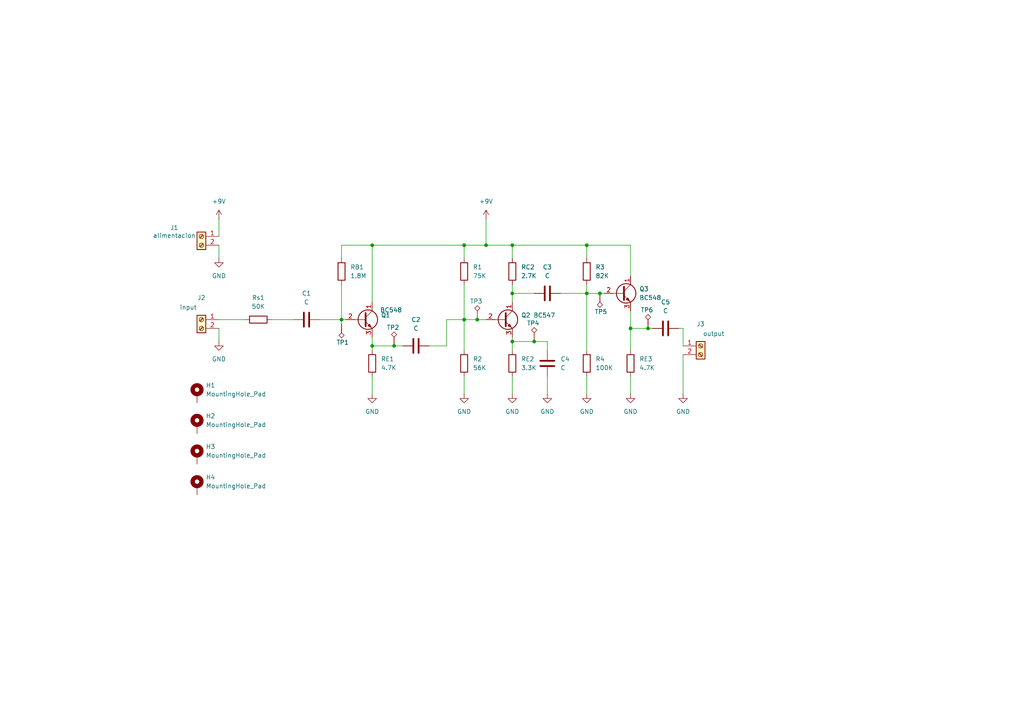
<source format=kicad_sch>
(kicad_sch (version 20250114) (generator "eeschema") (generator_version "9.0")
  (paper "A4")
  (lib_symbols
    (symbol "Connector:Screw_Terminal_01x02" (pin_names (offset 1.016) (hide yes))
      (property "Reference" "J" (at 0 2.54 0))
      (property "Value" "Screw_Terminal_01x02" (at 0 -5.08 0))
      (symbol "Screw_Terminal_01x02_1_1"
        (rectangle (start -1.27 1.27) (end 1.27 -3.81) (stroke (width 0.254)) (fill (type background)))
        (polyline (pts (xy -0.5334 0.3302) (xy 0.3302 -0.508)) (stroke (width 0.1524)))
        (polyline (pts (xy -0.5334 -2.2098) (xy 0.3302 -3.048)) (stroke (width 0.1524)))
        (polyline (pts (xy -0.3556 0.508) (xy 0.508 -0.3302)) (stroke (width 0.1524)))
        (polyline (pts (xy -0.3556 -2.032) (xy 0.508 -2.8702)) (stroke (width 0.1524)))
        (circle (center 0 0) (radius 0.635) (stroke (width 0.1524)))
        (circle (center 0 -2.54) (radius 0.635) (stroke (width 0.1524)))
        (pin passive line (at -5.08 0 0) (length 3.81) (name "Pin_1") (number "1"))
        (pin passive line (at -5.08 -2.54 0) (length 3.81) (name "Pin_2") (number "2"))
      )
    )
    (symbol "Connector:TestPoint_Alt" (pin_numbers (hide yes)) (pin_names (offset 0.762) (hide yes))
      (property "Reference" "TP" (at 0 6.858 0))
      (property "Value" "TestPoint_Alt" (at 0 5.08 0))
      (symbol "TestPoint_Alt_0_1"
        (polyline (pts (xy 0 2.54) (xy -0.762 3.302) (xy 0 4.064) (xy 0.762 3.302) (xy 0 2.54)))
      )
      (symbol "TestPoint_Alt_1_1"
        (pin passive line (at 0 0 90) (length 2.54) (name "1") (number "1"))
      )
    )
    (symbol "Device:C" (pin_numbers (hide yes)) (pin_names (offset 0.254))
      (property "Reference" "C" (at 0.635 2.54 0))
      (property "Value" "C" (at 0.635 -2.54 0))
      (symbol "C_0_1"
        (polyline (pts (xy -2.032 0.762) (xy 2.032 0.762)) (stroke (width 0.508)))
        (polyline (pts (xy -2.032 -0.762) (xy 2.032 -0.762)) (stroke (width 0.508)))
      )
      (symbol "C_1_1"
        (pin passive line (at 0 3.81 270) (length 2.794) (name "~") (number "1"))
        (pin passive line (at 0 -3.81 90) (length 2.794) (name "~") (number "2"))
      )
    )
    (symbol "Device:R" (pin_numbers (hide yes)) (pin_names (offset 0))
      (property "Reference" "R" (at 2.032 0 90))
      (property "Value" "R" (at 0 0 90))
      (symbol "R_0_1"
        (rectangle (start -1.016 -2.54) (end 1.016 2.54) (stroke (width 0.254)))
      )
      (symbol "R_1_1"
        (pin passive line (at 0 3.81 270) (length 1.27) (name "~") (number "1"))
        (pin passive line (at 0 -3.81 90) (length 1.27) (name "~") (number "2"))
      )
    )
    (symbol "Mechanical:MountingHole_Pad" (pin_numbers (hide yes)) (pin_names (offset 1.016) (hide yes)) (exclude_from_sim yes) (in_bom no)
      (property "Reference" "H" (at 0 6.35 0))
      (property "Value" "MountingHole_Pad" (at 0 4.445 0))
      (symbol "MountingHole_Pad_0_1"
        (circle (center 0 1.27) (radius 1.27) (stroke (width 1.27)))
      )
      (symbol "MountingHole_Pad_1_1"
        (pin input line (at 0 -2.54 90) (length 2.54) (name "1") (number "1"))
      )
    )
    (symbol "Transistor_BJT:BC547" (pin_names (offset 0) (hide yes))
      (property "Reference" "Q" (at 5.08 1.905 0))
      (property "Value" "BC547" (at 5.08 0 0))
      (symbol "BC547_0_1"
        (polyline (pts (xy -2.54 0) (xy 0.635 0)))
        (polyline (pts (xy 0.635 1.905) (xy 0.635 -1.905)) (stroke (width 0.508)))
        (circle (center 1.27 0) (radius 2.8194) (stroke (width 0.254)))
      )
      (symbol "BC547_1_1"
        (polyline (pts (xy 0.635 0.635) (xy 2.54 2.54)))
        (polyline (pts (xy 0.635 -0.635) (xy 2.54 -2.54)))
        (polyline (pts (xy 1.27 -1.778) (xy 1.778 -1.27) (xy 2.286 -2.286) (xy 1.27 -1.778)) (fill (type outline)))
        (pin input line (at -5.08 0 0) (length 2.54) (name "B") (number "2"))
        (pin passive line (at 2.54 5.08 270) (length 2.54) (name "C") (number "1"))
        (pin passive line (at 2.54 -5.08 90) (length 2.54) (name "E") (number "3"))
      )
    )
    (symbol "Transistor_BJT:BC548" (pin_names (offset 0) (hide yes))
      (property "Reference" "Q" (at 5.08 1.905 0))
      (property "Value" "BC548" (at 5.08 0 0))
      (symbol "BC548_0_1"
        (polyline (pts (xy -2.54 0) (xy 0.635 0)))
        (polyline (pts (xy 0.635 1.905) (xy 0.635 -1.905)) (stroke (width 0.508)))
        (circle (center 1.27 0) (radius 2.8194) (stroke (width 0.254)))
      )
      (symbol "BC548_1_1"
        (polyline (pts (xy 0.635 0.635) (xy 2.54 2.54)))
        (polyline (pts (xy 0.635 -0.635) (xy 2.54 -2.54)))
        (polyline (pts (xy 1.27 -1.778) (xy 1.778 -1.27) (xy 2.286 -2.286) (xy 1.27 -1.778)) (fill (type outline)))
        (pin input line (at -5.08 0 0) (length 2.54) (name "B") (number "2"))
        (pin passive line (at 2.54 5.08 270) (length 2.54) (name "C") (number "1"))
        (pin passive line (at 2.54 -5.08 90) (length 2.54) (name "E") (number "3"))
      )
    )
    (symbol "power:+9V" (power) (pin_numbers (hide yes)) (pin_names (offset 0) (hide yes))
      (property "Value" "+9V" (at 0 3.556 0))
      (symbol "+9V_0_1"
        (polyline (pts (xy -0.762 1.27) (xy 0 2.54)))
        (polyline (pts (xy 0 2.54) (xy 0.762 1.27)))
        (polyline (pts (xy 0 0) (xy 0 2.54)))
      )
      (symbol "+9V_1_1"
        (pin power_in line (at 0 0 90) (length 0) (name "~") (number "1"))
      )
    )
    (symbol "power:GND" (power) (pin_numbers (hide yes)) (pin_names (offset 0) (hide yes))
      (property "Value" "GND" (at 0 -3.81 0))
      (symbol "GND_0_1"
        (polyline (pts (xy 0 0) (xy 0 -1.27) (xy 1.27 -1.27) (xy 0 -2.54) (xy -1.27 -1.27) (xy 0 -1.27)))
      )
      (symbol "GND_1_1"
        (pin power_in line (at 0 0 270) (length 0) (name "~") (number "1"))
      )
    )
  )
  (junction (at 170.18 85.09))
  (junction (at 173.99 85.09))
  (junction (at 187.96 95.25))
  (junction (at 140.97 71.12))
  (junction (at 134.62 92.71))
  (junction (at 107.95 71.12))
  (junction (at 138.43 92.71))
  (junction (at 182.88 95.25))
  (junction (at 154.94 99.06))
  (junction (at 99.06 92.71))
  (junction (at 107.95 100.33))
  (junction (at 148.59 71.12))
  (junction (at 134.62 71.12))
  (junction (at 170.18 71.12))
  (junction (at 148.59 99.06))
  (junction (at 114.3 100.33))
  (junction (at 148.59 85.09))
  (wire (pts (xy 170.18 109.22) (xy 170.18 114.3)))
  (wire (pts (xy 134.62 92.71) (xy 138.43 92.71)))
  (wire (pts (xy 99.06 74.93) (xy 99.06 71.12)))
  (wire (pts (xy 148.59 99.06) (xy 154.94 99.06)))
  (wire (pts (xy 134.62 82.55) (xy 134.62 92.71)))
  (wire (pts (xy 198.12 114.3) (xy 198.12 102.87)))
  (wire (pts (xy 107.95 100.33) (xy 114.3 100.33)))
  (wire (pts (xy 148.59 99.06) (xy 148.59 101.6)))
  (wire (pts (xy 170.18 71.12) (xy 170.18 74.93)))
  (wire (pts (xy 182.88 80.01) (xy 182.88 71.12)))
  (wire (pts (xy 107.95 87.63) (xy 107.95 71.12)))
  (wire (pts (xy 129.54 92.71) (xy 134.62 92.71)))
  (wire (pts (xy 148.59 71.12) (xy 170.18 71.12)))
  (wire (pts (xy 187.96 95.25) (xy 189.23 95.25)))
  (wire (pts (xy 158.75 109.22) (xy 158.75 114.3)))
  (wire (pts (xy 162.56 85.09) (xy 170.18 85.09)))
  (wire (pts (xy 63.5 63.5) (xy 63.5 68.58)))
  (wire (pts (xy 158.75 101.6) (xy 158.75 99.06)))
  (wire (pts (xy 148.59 109.22) (xy 148.59 114.3)))
  (wire (pts (xy 134.62 71.12) (xy 134.62 74.93)))
  (wire (pts (xy 63.5 71.12) (xy 63.5 74.93)))
  (wire (pts (xy 196.85 95.25) (xy 198.12 95.25)))
  (wire (pts (xy 138.43 92.71) (xy 140.97 92.71)))
  (wire (pts (xy 129.54 100.33) (xy 129.54 92.71)))
  (wire (pts (xy 182.88 109.22) (xy 182.88 114.3)))
  (wire (pts (xy 170.18 85.09) (xy 170.18 101.6)))
  (wire (pts (xy 182.88 90.17) (xy 182.88 95.25)))
  (wire (pts (xy 170.18 82.55) (xy 170.18 85.09)))
  (wire (pts (xy 173.99 85.09) (xy 175.26 85.09)))
  (wire (pts (xy 140.97 71.12) (xy 148.59 71.12)))
  (wire (pts (xy 99.06 82.55) (xy 99.06 92.71)))
  (wire (pts (xy 140.97 63.5) (xy 140.97 71.12)))
  (wire (pts (xy 148.59 85.09) (xy 154.94 85.09)))
  (wire (pts (xy 92.71 92.71) (xy 99.06 92.71)))
  (wire (pts (xy 63.5 95.25) (xy 63.5 99.06)))
  (wire (pts (xy 107.95 100.33) (xy 107.95 101.6)))
  (wire (pts (xy 99.06 71.12) (xy 107.95 71.12)))
  (wire (pts (xy 134.62 71.12) (xy 140.97 71.12)))
  (wire (pts (xy 78.74 92.71) (xy 85.09 92.71)))
  (wire (pts (xy 182.88 95.25) (xy 187.96 95.25)))
  (wire (pts (xy 154.94 99.06) (xy 158.75 99.06)))
  (wire (pts (xy 114.3 100.33) (xy 116.84 100.33)))
  (wire (pts (xy 99.06 93.98) (xy 99.06 92.71)))
  (wire (pts (xy 124.46 100.33) (xy 129.54 100.33)))
  (wire (pts (xy 107.95 97.79) (xy 107.95 100.33)))
  (wire (pts (xy 99.06 92.71) (xy 100.33 92.71)))
  (wire (pts (xy 148.59 74.93) (xy 148.59 71.12)))
  (wire (pts (xy 134.62 109.22) (xy 134.62 114.3)))
  (wire (pts (xy 198.12 95.25) (xy 198.12 100.33)))
  (wire (pts (xy 107.95 109.22) (xy 107.95 114.3)))
  (wire (pts (xy 148.59 97.79) (xy 148.59 99.06)))
  (wire (pts (xy 148.59 82.55) (xy 148.59 85.09)))
  (wire (pts (xy 170.18 85.09) (xy 173.99 85.09)))
  (wire (pts (xy 148.59 85.09) (xy 148.59 87.63)))
  (wire (pts (xy 182.88 95.25) (xy 182.88 101.6)))
  (wire (pts (xy 170.18 71.12) (xy 182.88 71.12)))
  (wire (pts (xy 63.5 92.71) (xy 71.12 92.71)))
  (wire (pts (xy 107.95 71.12) (xy 134.62 71.12)))
  (wire (pts (xy 134.62 92.71) (xy 134.62 101.6)))
  (symbol (lib_id "Device:C") (at 120.65 100.33 90) (unit 1)
    (property "Reference" "C2" (at 120.65 92.71 90))
    (property "Value" "C" (at 120.65 95.25 90))
    (property "Footprint" "Capacitor_THT:C_Disc_D5.0mm_W2.5mm_P2.50mm" (effects (hide yes)))
    (property "Description" "Unpolarized capacitor" (effects (hide yes)))
  )
  (symbol (lib_id "Device:C") (at 88.9 92.71 90) (unit 1)
    (property "Reference" "C1" (at 88.9 85.09 90))
    (property "Value" "C" (at 88.9 87.63 90))
    (property "Footprint" "Capacitor_THT:C_Disc_D5.0mm_W2.5mm_P2.50mm" (effects (hide yes)))
    (property "Description" "Unpolarized capacitor" (effects (hide yes)))
  )
  (symbol (lib_id "Device:R") (at 148.59 105.41 0) (unit 1)
    (property "Reference" "RE2" (at 151.13 104.1399 0) (effects (justify left)))
    (property "Value" "3.3K" (at 151.13 106.6799 0) (effects (justify left)))
    (property "Footprint" "Resistor_THT:R_Axial_DIN0204_L3.6mm_D1.6mm_P7.62mm_Horizontal" (effects (hide yes)))
    (property "Description" "Resistor" (effects (hide yes)))
  )
  (symbol (lib_id "power:GND") (at 148.59 114.3 0) (unit 1)
    (property "Reference" "#PWR03" (effects (hide yes)))
    (property "Value" "GND" (at 148.59 119.38 0))
    (property "Description" "Power symbol creates a global label with name \"GND\" , ground" (effects (hide yes)))
  )
  (symbol (lib_id "Connector:Screw_Terminal_01x02") (at 58.42 68.58 0) (mirror y) (unit 1)
    (property "Reference" "J1" (at 50.546 66.04 0))
    (property "Value" "alimentacion" (at 50.546 68.326 0))
    (property "Footprint" "TerminalBlock:TerminalBlock_MaiXu_MX126-5.0-02P_1x02_P5.00mm" (effects (hide yes)))
    (property "Description" "Generic screw terminal, single row, 01x02, script generated (kicad-library-utils/schlib/autogen/connector/)" (effects (hide yes)))
  )
  (symbol (lib_id "Device:R") (at 134.62 105.41 0) (unit 1)
    (property "Reference" "R2" (at 137.16 104.1399 0) (effects (justify left)))
    (property "Value" "56K" (at 137.16 106.6799 0) (effects (justify left)))
    (property "Footprint" "Resistor_THT:R_Axial_DIN0204_L3.6mm_D1.6mm_P7.62mm_Horizontal" (effects (hide yes)))
    (property "Description" "Resistor" (effects (hide yes)))
  )
  (symbol (lib_id "Mechanical:MountingHole_Pad") (at 57.15 123.19 0) (unit 1) (exclude_from_sim yes) (in_bom no)
    (property "Reference" "H2" (at 59.69 120.6499 0) (effects (justify left)))
    (property "Value" "MountingHole_Pad" (at 59.69 123.1899 0) (effects (justify left)))
    (property "Footprint" "MountingHole:MountingHole_2.2mm_M2_Pad_Via" (effects (hide yes)))
    (property "Description" "Mounting Hole with connection" (effects (hide yes)))
  )
  (symbol (lib_id "Device:R") (at 107.95 105.41 0) (unit 1)
    (property "Reference" "RE1" (at 110.49 104.1399 0) (effects (justify left)))
    (property "Value" "4.7K" (at 110.49 106.6799 0) (effects (justify left)))
    (property "Footprint" "Resistor_THT:R_Axial_DIN0204_L3.6mm_D1.6mm_P7.62mm_Horizontal" (effects (hide yes)))
    (property "Description" "Resistor" (effects (hide yes)))
  )
  (symbol (lib_id "Device:R") (at 148.59 78.74 0) (unit 1)
    (property "Reference" "RC2" (at 151.13 77.4699 0) (effects (justify left)))
    (property "Value" "2.7K" (at 151.13 80.0099 0) (effects (justify left)))
    (property "Footprint" "Resistor_THT:R_Axial_DIN0204_L3.6mm_D1.6mm_P7.62mm_Horizontal" (effects (hide yes)))
    (property "Description" "Resistor" (effects (hide yes)))
  )
  (symbol (lib_id "power:+9V") (at 140.97 63.5 0) (unit 1)
    (property "Reference" "#PWR010" (effects (hide yes)))
    (property "Value" "+9V" (at 140.97 58.42 0))
    (property "Description" "Power symbol creates a global label with name \"+9V\"" (effects (hide yes)))
  )
  (symbol (lib_id "Connector:TestPoint_Alt") (at 173.99 85.09 180) (unit 1)
    (property "Reference" "TP5" (at 172.466 90.424 0) (effects (justify right)))
    (property "Value" "TestPoint_Alt" (effects (hide yes)))
    (property "Footprint" "TestPoint:TestPoint_Keystone_5000-5004_Miniature" (effects (hide yes)))
    (property "Description" "test point (alternative shape)" (effects (hide yes)))
  )
  (symbol (lib_id "Mechanical:MountingHole_Pad") (at 57.15 140.97 0) (unit 1) (exclude_from_sim yes) (in_bom no)
    (property "Reference" "H4" (at 59.69 138.4299 0) (effects (justify left)))
    (property "Value" "MountingHole_Pad" (at 59.69 140.9699 0) (effects (justify left)))
    (property "Footprint" "MountingHole:MountingHole_2.2mm_M2_Pad_Via" (effects (hide yes)))
    (property "Description" "Mounting Hole with connection" (effects (hide yes)))
  )
  (symbol (lib_id "Device:R") (at 182.88 105.41 0) (unit 1)
    (property "Reference" "RE3" (at 185.42 104.1399 0) (effects (justify left)))
    (property "Value" "4.7K" (at 185.42 106.6799 0) (effects (justify left)))
    (property "Footprint" "Resistor_THT:R_Axial_DIN0204_L3.6mm_D1.6mm_P7.62mm_Horizontal" (effects (hide yes)))
    (property "Description" "Resistor" (effects (hide yes)))
  )
  (symbol (lib_id "Device:R") (at 134.62 78.74 0) (unit 1)
    (property "Reference" "R1" (at 137.16 77.4699 0) (effects (justify left)))
    (property "Value" "75K" (at 137.16 80.0099 0) (effects (justify left)))
    (property "Footprint" "Resistor_THT:R_Axial_DIN0204_L3.6mm_D1.6mm_P7.62mm_Horizontal" (effects (hide yes)))
    (property "Description" "Resistor" (effects (hide yes)))
  )
  (symbol (lib_id "Connector:TestPoint_Alt") (at 187.96 95.25 0) (unit 1)
    (property "Reference" "TP6" (at 189.484 89.916 0) (effects (justify right)))
    (property "Value" "TestPoint_Alt" (effects (hide yes)))
    (property "Footprint" "TestPoint:TestPoint_Keystone_5000-5004_Miniature" (effects (hide yes)))
    (property "Description" "test point (alternative shape)" (effects (hide yes)))
  )
  (symbol (lib_id "power:GND") (at 134.62 114.3 0) (unit 1)
    (property "Reference" "#PWR02" (effects (hide yes)))
    (property "Value" "GND" (at 134.62 119.38 0))
    (property "Description" "Power symbol creates a global label with name \"GND\" , ground" (effects (hide yes)))
  )
  (symbol (lib_id "power:GND") (at 107.95 114.3 0) (unit 1)
    (property "Reference" "#PWR01" (effects (hide yes)))
    (property "Value" "GND" (at 107.95 119.38 0))
    (property "Description" "Power symbol creates a global label with name \"GND\" , ground" (effects (hide yes)))
  )
  (symbol (lib_id "Connector:TestPoint_Alt") (at 154.94 99.06 0) (unit 1)
    (property "Reference" "TP4" (at 156.464 93.726 0) (effects (justify right)))
    (property "Value" "TestPoint_Alt" (effects (hide yes)))
    (property "Footprint" "TestPoint:TestPoint_Keystone_5000-5004_Miniature" (effects (hide yes)))
    (property "Description" "test point (alternative shape)" (effects (hide yes)))
  )
  (symbol (lib_id "Connector:TestPoint_Alt") (at 114.3 100.33 0) (unit 1)
    (property "Reference" "TP2" (at 115.824 94.996 0) (effects (justify right)))
    (property "Value" "TestPoint_Alt" (effects (hide yes)))
    (property "Footprint" "TestPoint:TestPoint_Keystone_5000-5004_Miniature" (effects (hide yes)))
    (property "Description" "test point (alternative shape)" (effects (hide yes)))
  )
  (symbol (lib_id "Mechanical:MountingHole_Pad") (at 57.15 132.08 0) (unit 1) (exclude_from_sim yes) (in_bom no)
    (property "Reference" "H3" (at 59.69 129.5399 0) (effects (justify left)))
    (property "Value" "MountingHole_Pad" (at 59.69 132.0799 0) (effects (justify left)))
    (property "Footprint" "MountingHole:MountingHole_2.2mm_M2_Pad_Via" (effects (hide yes)))
    (property "Description" "Mounting Hole with connection" (effects (hide yes)))
  )
  (symbol (lib_id "power:+9V") (at 63.5 63.5 0) (unit 1)
    (property "Reference" "#PWR011" (effects (hide yes)))
    (property "Value" "+9V" (at 63.5 58.42 0))
    (property "Description" "Power symbol creates a global label with name \"+9V\"" (effects (hide yes)))
  )
  (symbol (lib_id "Device:C") (at 158.75 105.41 0) (unit 1)
    (property "Reference" "C4" (at 162.56 104.1399 0) (effects (justify left)))
    (property "Value" "C" (at 162.56 106.6799 0) (effects (justify left)))
    (property "Footprint" "Capacitor_THT:C_Disc_D5.0mm_W2.5mm_P2.50mm" (effects (hide yes)))
    (property "Description" "Unpolarized capacitor" (effects (hide yes)))
  )
  (symbol (lib_id "power:GND") (at 158.75 114.3 0) (unit 1)
    (property "Reference" "#PWR04" (effects (hide yes)))
    (property "Value" "GND" (at 158.75 119.38 0))
    (property "Description" "Power symbol creates a global label with name \"GND\" , ground" (effects (hide yes)))
  )
  (symbol (lib_id "Transistor_BJT:BC547") (at 146.05 92.71 0) (unit 1)
    (property "Reference" "Q2" (at 151.13 91.4399 0) (effects (justify left)))
    (property "Value" "BC547" (at 154.686 91.44 0) (effects (justify left)))
    (property "Footprint" "Package_TO_SOT_THT:TO-92_Inline" (effects (hide yes)))
    (property "Datasheet" "https://www.onsemi.com/pub/Collateral/BC550-D.pdf" (effects (hide yes)))
    (property "Description" "0.1A Ic, 45V Vce, Small Signal NPN Transistor, TO-92" (effects (hide yes)))
  )
  (symbol (lib_id "power:GND") (at 63.5 99.06 0) (unit 1)
    (property "Reference" "#PWR09" (effects (hide yes)))
    (property "Value" "GND" (at 63.5 104.14 0))
    (property "Description" "Power symbol creates a global label with name \"GND\" , ground" (effects (hide yes)))
  )
  (symbol (lib_id "Transistor_BJT:BC548") (at 105.41 92.71 0) (unit 1)
    (property "Reference" "Q1" (at 110.49 91.4399 0) (effects (justify left)))
    (property "Value" "BC548" (at 110.236 89.916 0) (effects (justify left)))
    (property "Footprint" "Package_TO_SOT_THT:TO-92_Inline" (effects (hide yes)))
    (property "Datasheet" "https://www.onsemi.com/pub/Collateral/BC550-D.pdf" (effects (hide yes)))
    (property "Description" "0.1A Ic, 30V Vce, Small Signal NPN Transistor, TO-92" (effects (hide yes)))
  )
  (symbol (lib_id "Transistor_BJT:BC548") (at 180.34 85.09 0) (unit 1)
    (property "Reference" "Q3" (at 185.42 83.8199 0) (effects (justify left)))
    (property "Value" "BC548" (at 185.42 86.3599 0) (effects (justify left)))
    (property "Footprint" "Package_TO_SOT_THT:TO-92_Inline" (effects (hide yes)))
    (property "Datasheet" "https://www.onsemi.com/pub/Collateral/BC550-D.pdf" (effects (hide yes)))
    (property "Description" "0.1A Ic, 30V Vce, Small Signal NPN Transistor, TO-92" (effects (hide yes)))
  )
  (symbol (lib_id "Device:R") (at 74.93 92.71 90) (unit 1)
    (property "Reference" "Rs1" (at 74.93 86.36 90))
    (property "Value" "50K" (at 74.93 88.9 90))
    (property "Footprint" "Resistor_THT:R_Axial_DIN0204_L3.6mm_D1.6mm_P7.62mm_Horizontal" (effects (hide yes)))
    (property "Description" "Resistor" (effects (hide yes)))
  )
  (symbol (lib_id "Device:C") (at 158.75 85.09 90) (unit 1)
    (property "Reference" "C3" (at 158.75 77.47 90))
    (property "Value" "C" (at 158.75 80.01 90))
    (property "Footprint" "Capacitor_THT:C_Disc_D5.0mm_W2.5mm_P2.50mm" (effects (hide yes)))
    (property "Description" "Unpolarized capacitor" (effects (hide yes)))
  )
  (symbol (lib_id "Device:R") (at 99.06 78.74 0) (unit 1)
    (property "Reference" "RB1" (at 101.6 77.4699 0) (effects (justify left)))
    (property "Value" "1.8M" (at 101.6 80.0099 0) (effects (justify left)))
    (property "Footprint" "Resistor_THT:R_Axial_DIN0204_L3.6mm_D1.6mm_P7.62mm_Horizontal" (effects (hide yes)))
    (property "Description" "Resistor" (effects (hide yes)))
  )
  (symbol (lib_id "Device:R") (at 170.18 105.41 0) (unit 1)
    (property "Reference" "R4" (at 172.72 104.1399 0) (effects (justify left)))
    (property "Value" "100K" (at 172.72 106.6799 0) (effects (justify left)))
    (property "Footprint" "Resistor_THT:R_Axial_DIN0204_L3.6mm_D1.6mm_P7.62mm_Horizontal" (effects (hide yes)))
    (property "Description" "Resistor" (effects (hide yes)))
  )
  (symbol (lib_id "Device:C") (at 193.04 95.25 90) (unit 1)
    (property "Reference" "C5" (at 193.04 87.63 90))
    (property "Value" "C" (at 193.04 90.17 90))
    (property "Footprint" "Capacitor_THT:C_Disc_D5.0mm_W2.5mm_P2.50mm" (effects (hide yes)))
    (property "Description" "Unpolarized capacitor" (effects (hide yes)))
  )
  (symbol (lib_id "Device:R") (at 170.18 78.74 0) (unit 1)
    (property "Reference" "R3" (at 172.72 77.4699 0) (effects (justify left)))
    (property "Value" "82K" (at 172.72 80.0099 0) (effects (justify left)))
    (property "Footprint" "Resistor_THT:R_Axial_DIN0204_L3.6mm_D1.6mm_P7.62mm_Horizontal" (effects (hide yes)))
    (property "Description" "Resistor" (effects (hide yes)))
  )
  (symbol (lib_id "power:GND") (at 170.18 114.3 0) (unit 1)
    (property "Reference" "#PWR05" (effects (hide yes)))
    (property "Value" "GND" (at 170.18 119.38 0))
    (property "Description" "Power symbol creates a global label with name \"GND\" , ground" (effects (hide yes)))
  )
  (symbol (lib_id "power:GND") (at 63.5 74.93 0) (unit 1)
    (property "Reference" "#PWR08" (effects (hide yes)))
    (property "Value" "GND" (at 63.5 80.01 0))
    (property "Description" "Power symbol creates a global label with name \"GND\" , ground" (effects (hide yes)))
  )
  (symbol (lib_id "Connector:TestPoint_Alt") (at 99.06 93.98 180) (unit 1)
    (property "Reference" "TP1" (at 97.536 99.314 0) (effects (justify right)))
    (property "Value" "TestPoint_Alt" (effects (hide yes)))
    (property "Footprint" "TestPoint:TestPoint_Keystone_5000-5004_Miniature" (effects (hide yes)))
    (property "Description" "test point (alternative shape)" (effects (hide yes)))
  )
  (symbol (lib_id "Connector:TestPoint_Alt") (at 138.43 92.71 0) (unit 1)
    (property "Reference" "TP3" (at 139.954 87.376 0) (effects (justify right)))
    (property "Value" "TestPoint_Alt" (effects (hide yes)))
    (property "Footprint" "TestPoint:TestPoint_Keystone_5000-5004_Miniature" (effects (hide yes)))
    (property "Description" "test point (alternative shape)" (effects (hide yes)))
  )
  (symbol (lib_id "power:GND") (at 182.88 114.3 0) (unit 1)
    (property "Reference" "#PWR06" (effects (hide yes)))
    (property "Value" "GND" (at 182.88 119.38 0))
    (property "Description" "Power symbol creates a global label with name \"GND\" , ground" (effects (hide yes)))
  )
  (symbol (lib_id "power:GND") (at 198.12 114.3 0) (unit 1)
    (property "Reference" "#PWR07" (effects (hide yes)))
    (property "Value" "GND" (at 198.12 119.38 0))
    (property "Description" "Power symbol creates a global label with name \"GND\" , ground" (effects (hide yes)))
  )
  (symbol (lib_id "Connector:Screw_Terminal_01x02") (at 58.42 92.71 0) (mirror y) (unit 1)
    (property "Reference" "J2" (at 58.42 86.36 0))
    (property "Value" "input" (at 54.61 89.154 0))
    (property "Footprint" "TerminalBlock:TerminalBlock_MaiXu_MX126-5.0-02P_1x02_P5.00mm" (effects (hide yes)))
    (property "Description" "Generic screw terminal, single row, 01x02, script generated (kicad-library-utils/schlib/autogen/connector/)" (effects (hide yes)))
  )
  (symbol (lib_id "Connector:Screw_Terminal_01x02") (at 203.2 100.33 0) (unit 1)
    (property "Reference" "J3" (at 203.2 93.98 0))
    (property "Value" "output" (at 207.01 96.774 0))
    (property "Footprint" "TerminalBlock:TerminalBlock_MaiXu_MX126-5.0-02P_1x02_P5.00mm" (effects (hide yes)))
    (property "Description" "Generic screw terminal, single row, 01x02, script generated (kicad-library-utils/schlib/autogen/connector/)" (effects (hide yes)))
  )
  (symbol (lib_id "Mechanical:MountingHole_Pad") (at 57.15 114.3 0) (unit 1) (exclude_from_sim yes) (in_bom no)
    (property "Reference" "H1" (at 59.69 111.7599 0) (effects (justify left)))
    (property "Value" "MountingHole_Pad" (at 59.69 114.2999 0) (effects (justify left)))
    (property "Footprint" "MountingHole:MountingHole_2.2mm_M2_Pad_Via" (effects (hide yes)))
    (property "Description" "Mounting Hole with connection" (effects (hide yes)))
  )
)
</source>
